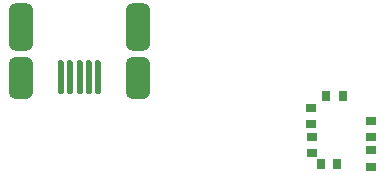
<source format=gbp>
%FSTAX23Y23*%
%MOIN*%
%SFA1B1*%

%IPPOS*%
%AMD38*
4,1,8,-0.009800,0.050200,-0.009800,-0.050200,-0.004900,-0.055100,0.004900,-0.055100,0.009800,-0.050200,0.009800,0.050200,0.004900,0.055100,-0.004900,0.055100,-0.009800,0.050200,0.0*
1,1,0.009840,-0.004900,0.050200*
1,1,0.009840,-0.004900,-0.050200*
1,1,0.009840,0.004900,-0.050200*
1,1,0.009840,0.004900,0.050200*
%
%AMD39*
4,1,8,-0.040400,0.048700,-0.040400,-0.048700,-0.020200,-0.068900,0.020200,-0.068900,0.040400,-0.048700,0.040400,0.048700,0.020200,0.068900,-0.020200,0.068900,-0.040400,0.048700,0.0*
1,1,0.040360,-0.020200,0.048700*
1,1,0.040360,-0.020200,-0.048700*
1,1,0.040360,0.020200,-0.048700*
1,1,0.040360,0.020200,0.048700*
%
%AMD40*
4,1,8,-0.040400,0.058600,-0.040400,-0.058600,-0.020200,-0.078700,0.020200,-0.078700,0.040400,-0.058600,0.040400,0.058600,0.020200,0.078700,-0.020200,0.078700,-0.040400,0.058600,0.0*
1,1,0.040360,-0.020200,0.058600*
1,1,0.040360,-0.020200,-0.058600*
1,1,0.040360,0.020200,-0.058600*
1,1,0.040360,0.020200,0.058600*
%
%AMD41*
4,1,8,-0.040400,0.048700,-0.040400,-0.048700,-0.020200,-0.068900,0.020200,-0.068900,0.040400,-0.048700,0.040400,0.048700,0.020200,0.068900,-0.020200,0.068900,-0.040400,0.048700,0.0*
1,1,0.040360,-0.020200,0.048700*
1,1,0.040360,-0.020200,-0.048700*
1,1,0.040360,0.020200,-0.048700*
1,1,0.040360,0.020200,0.048700*
%
%ADD10R,0.035430X0.027560*%
%ADD11R,0.027560X0.035430*%
G04~CAMADD=38~8~0.0~0.0~1102.4~196.9~49.2~0.0~15~0.0~0.0~0.0~0.0~0~0.0~0.0~0.0~0.0~0~0.0~0.0~0.0~90.0~196.0~1102.0*
%ADD38D38*%
G04~CAMADD=39~8~0.0~0.0~1378.0~807.1~201.8~0.0~15~0.0~0.0~0.0~0.0~0~0.0~0.0~0.0~0.0~0~0.0~0.0~0.0~90.0~808.0~1379.0*
%ADD39D39*%
G04~CAMADD=40~8~0.0~0.0~1574.8~807.1~201.8~0.0~15~0.0~0.0~0.0~0.0~0~0.0~0.0~0.0~0.0~0~0.0~0.0~0.0~90.0~808.0~1575.0*
%ADD40D40*%
G04~CAMADD=41~8~0.0~0.0~1378.0~807.1~201.8~0.0~15~0.0~0.0~0.0~0.0~0~0.0~0.0~0.0~0.0~0~0.0~0.0~0.0~90.0~808.0~1379.0*
%ADD41D41*%
%LNcombine8-1*%
%LPD*%
G54D10*
X01606Y00578D03*
Y00523D03*
Y0048D03*
Y00425D03*
X01407Y00525D03*
Y0047D03*
X01405Y00566D03*
Y00622D03*
G54D11*
X01456Y00661D03*
X01511D03*
X01492Y00433D03*
X01437D03*
G54D38*
X00633Y00723D03*
X00696D03*
X00664D03*
X0057D03*
X00601D03*
G54D39*
X00827Y00722D03*
G54D40*
X00827Y00889D03*
X00439D03*
G54D41*
X00439Y00722D03*
M02*
</source>
